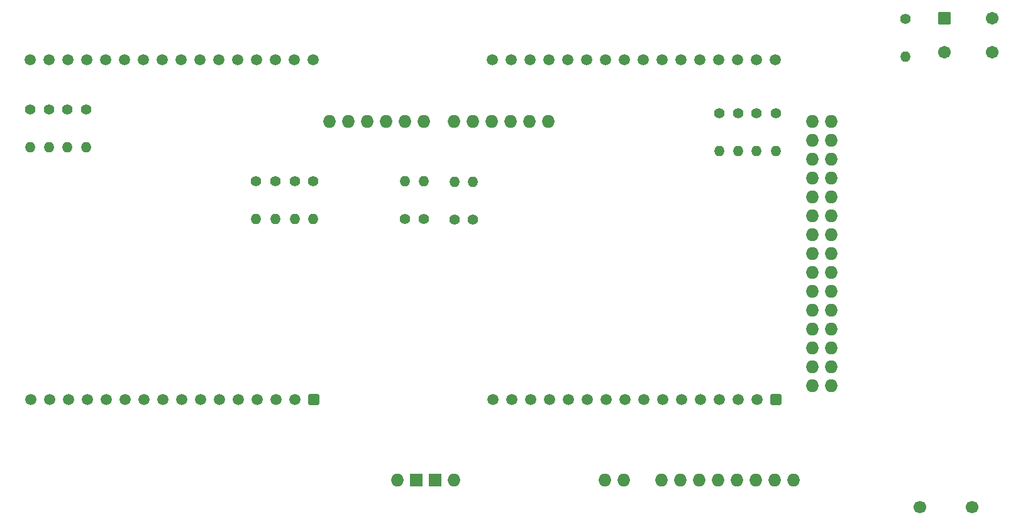
<source format=gbr>
%TF.GenerationSoftware,KiCad,Pcbnew,8.0.2*%
%TF.CreationDate,2024-05-10T09:20:42-04:00*%
%TF.ProjectId,Anastasiya Volgina - PCB Design,416e6173-7461-4736-9979-6120566f6c67,rev?*%
%TF.SameCoordinates,Original*%
%TF.FileFunction,Soldermask,Bot*%
%TF.FilePolarity,Negative*%
%FSLAX46Y46*%
G04 Gerber Fmt 4.6, Leading zero omitted, Abs format (unit mm)*
G04 Created by KiCad (PCBNEW 8.0.2) date 2024-05-10 09:20:42*
%MOMM*%
%LPD*%
G01*
G04 APERTURE LIST*
G04 Aperture macros list*
%AMRoundRect*
0 Rectangle with rounded corners*
0 $1 Rounding radius*
0 $2 $3 $4 $5 $6 $7 $8 $9 X,Y pos of 4 corners*
0 Add a 4 corners polygon primitive as box body*
4,1,4,$2,$3,$4,$5,$6,$7,$8,$9,$2,$3,0*
0 Add four circle primitives for the rounded corners*
1,1,$1+$1,$2,$3*
1,1,$1+$1,$4,$5*
1,1,$1+$1,$6,$7*
1,1,$1+$1,$8,$9*
0 Add four rect primitives between the rounded corners*
20,1,$1+$1,$2,$3,$4,$5,0*
20,1,$1+$1,$4,$5,$6,$7,0*
20,1,$1+$1,$6,$7,$8,$9,0*
20,1,$1+$1,$8,$9,$2,$3,0*%
G04 Aperture macros list end*
%ADD10C,1.400000*%
%ADD11O,1.400000X1.400000*%
%ADD12C,1.700000*%
%ADD13RoundRect,0.250000X-0.500000X-0.500000X0.500000X-0.500000X0.500000X0.500000X-0.500000X0.500000X0*%
%ADD14C,1.500000*%
%ADD15RoundRect,0.102000X-0.749000X-0.749000X0.749000X-0.749000X0.749000X0.749000X-0.749000X0.749000X0*%
%ADD16C,1.702000*%
%ADD17O,1.727200X1.727200*%
%ADD18R,1.727200X1.727200*%
G04 APERTURE END LIST*
D10*
%TO.C,R6*%
X225500000Y-105460000D03*
D11*
X225500000Y-110540000D03*
%TD*%
D10*
%TO.C,R17*%
X248000000Y-92760000D03*
D11*
X248000000Y-97840000D03*
%TD*%
D10*
%TO.C,R15*%
X165800000Y-114620000D03*
D11*
X165800000Y-119700000D03*
%TD*%
D12*
%TO.C,J1*%
X257000000Y-158500000D03*
X250000000Y-158500000D03*
%TD*%
D10*
%TO.C,R9*%
X130200000Y-105000000D03*
D11*
X130200000Y-110080000D03*
%TD*%
D10*
%TO.C,R11*%
X135200000Y-105000000D03*
D11*
X135200000Y-110080000D03*
%TD*%
D10*
%TO.C,R8*%
X230600000Y-105460000D03*
D11*
X230600000Y-110540000D03*
%TD*%
D10*
%TO.C,R1*%
X180600000Y-119740000D03*
D11*
X180600000Y-114660000D03*
%TD*%
D10*
%TO.C,R3*%
X187300000Y-119780000D03*
D11*
X187300000Y-114700000D03*
%TD*%
D13*
%TO.C,D2*%
X168340000Y-144000000D03*
D14*
X165800000Y-144000000D03*
X163260000Y-144000000D03*
X160720000Y-144000000D03*
X158180000Y-144000000D03*
X155640000Y-144000000D03*
X153100000Y-144000000D03*
X150560000Y-144000000D03*
X148020000Y-144000000D03*
X145480000Y-144000000D03*
X142940000Y-144000000D03*
X140400000Y-144000000D03*
X137860000Y-144000000D03*
X135320000Y-144000000D03*
X132780000Y-144000000D03*
X130240000Y-144000000D03*
X130145037Y-98279543D03*
X132685037Y-98279543D03*
X135225037Y-98279543D03*
X137765037Y-98279543D03*
X140305037Y-98279543D03*
X142845037Y-98279543D03*
X145385037Y-98279543D03*
X147925037Y-98279543D03*
X150465037Y-98279543D03*
X153005037Y-98279543D03*
X155545037Y-98279543D03*
X158085037Y-98279543D03*
X160625037Y-98279543D03*
X163165037Y-98279543D03*
X165705037Y-98279543D03*
X168245037Y-98279543D03*
%TD*%
D10*
%TO.C,R12*%
X137700000Y-105000000D03*
D11*
X137700000Y-110080000D03*
%TD*%
D10*
%TO.C,R13*%
X160600000Y-114620000D03*
D11*
X160600000Y-119700000D03*
%TD*%
D10*
%TO.C,R2*%
X183200000Y-119740000D03*
D11*
X183200000Y-114660000D03*
%TD*%
D10*
%TO.C,R5*%
X223000000Y-105460000D03*
D11*
X223000000Y-110540000D03*
%TD*%
D10*
%TO.C,R14*%
X163200000Y-114620000D03*
D11*
X163200000Y-119700000D03*
%TD*%
D10*
%TO.C,R4*%
X189800000Y-119780000D03*
D11*
X189800000Y-114700000D03*
%TD*%
D15*
%TO.C,SW1*%
X253250000Y-92750000D03*
D16*
X259750000Y-92750000D03*
X253250000Y-97250000D03*
X259750000Y-97250000D03*
%TD*%
D10*
%TO.C,R10*%
X132700000Y-105000000D03*
D11*
X132700000Y-110080000D03*
%TD*%
D10*
%TO.C,R16*%
X168300000Y-114620000D03*
D11*
X168300000Y-119700000D03*
%TD*%
D10*
%TO.C,R7*%
X228000000Y-105460000D03*
D11*
X228000000Y-110540000D03*
%TD*%
D13*
%TO.C,D1*%
X230594963Y-144000000D03*
D14*
X228054963Y-144000000D03*
X225514963Y-144000000D03*
X222974963Y-144000000D03*
X220434963Y-144000000D03*
X217894963Y-144000000D03*
X215354963Y-144000000D03*
X212814963Y-144000000D03*
X210274963Y-144000000D03*
X207734963Y-144000000D03*
X205194963Y-144000000D03*
X202654963Y-144000000D03*
X200114963Y-144000000D03*
X197574963Y-144000000D03*
X195034963Y-144000000D03*
X192494963Y-144000000D03*
X192400000Y-98279543D03*
X194940000Y-98279543D03*
X197480000Y-98279543D03*
X200020000Y-98279543D03*
X202560000Y-98279543D03*
X205100000Y-98279543D03*
X207640000Y-98279543D03*
X210180000Y-98279543D03*
X212720000Y-98279543D03*
X215260000Y-98279543D03*
X217800000Y-98279543D03*
X220340000Y-98279543D03*
X222880000Y-98279543D03*
X225420000Y-98279543D03*
X227960000Y-98279543D03*
X230500000Y-98279543D03*
%TD*%
D17*
%TO.C,A1*%
X179630000Y-154850000D03*
X235500000Y-106600000D03*
X238040000Y-106600000D03*
X207570000Y-154850000D03*
X210110000Y-154850000D03*
X215190000Y-154850000D03*
X217730000Y-154850000D03*
X220270000Y-154850000D03*
X222810000Y-154850000D03*
X225350000Y-154850000D03*
X227890000Y-154850000D03*
X230430000Y-154850000D03*
X232970000Y-154850000D03*
X199940000Y-106600000D03*
X197400000Y-106600000D03*
X194860000Y-106600000D03*
X192320000Y-106600000D03*
X189780000Y-106600000D03*
X187240000Y-106600000D03*
X183176000Y-106600000D03*
X180636000Y-106600000D03*
X178096000Y-106600000D03*
X175556000Y-106600000D03*
X173016000Y-106600000D03*
X170476000Y-106600000D03*
X235500000Y-109140000D03*
X238040000Y-109140000D03*
X235500000Y-111680000D03*
X238040000Y-111680000D03*
X235500000Y-114220000D03*
X238040000Y-114220000D03*
X235500000Y-116760000D03*
X238040000Y-116760000D03*
X235500000Y-119300000D03*
X238040000Y-119300000D03*
X235500000Y-121840000D03*
X238040000Y-121840000D03*
X235500000Y-124380000D03*
X238040000Y-124380000D03*
X235500000Y-126920000D03*
X238040000Y-126920000D03*
X235500000Y-129460000D03*
X238040000Y-129460000D03*
X235500000Y-132000000D03*
X238040000Y-132000000D03*
X235500000Y-134540000D03*
X238040000Y-134540000D03*
X235500000Y-137080000D03*
X238040000Y-137080000D03*
X235500000Y-139620000D03*
X238040000Y-139620000D03*
X235500000Y-142160000D03*
X238040000Y-142160000D03*
D18*
X182170000Y-154850000D03*
X184710000Y-154850000D03*
D17*
X187250000Y-154850000D03*
%TD*%
M02*

</source>
